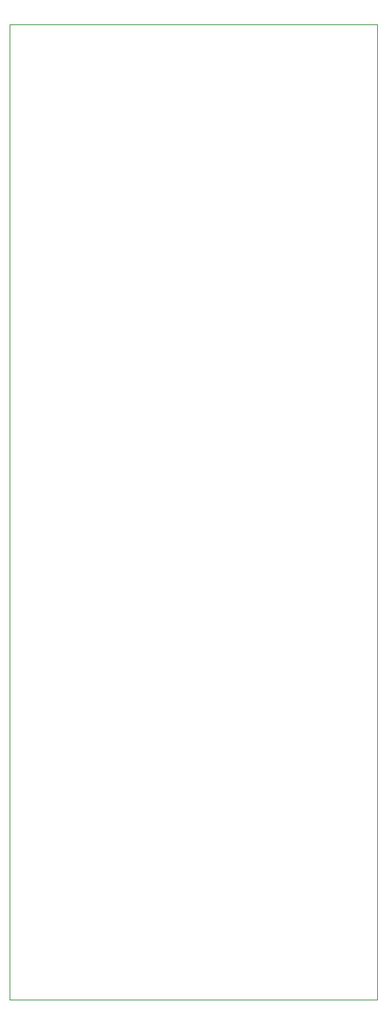
<source format=gbr>
G04 #@! TF.GenerationSoftware,KiCad,Pcbnew,(5.1.4-0-10_14)*
G04 #@! TF.CreationDate,2019-10-08T20:58:21-07:00*
G04 #@! TF.ProjectId,VCF_IO,5643465f-494f-42e6-9b69-6361645f7063,rev?*
G04 #@! TF.SameCoordinates,Original*
G04 #@! TF.FileFunction,Profile,NP*
%FSLAX46Y46*%
G04 Gerber Fmt 4.6, Leading zero omitted, Abs format (unit mm)*
G04 Created by KiCad (PCBNEW (5.1.4-0-10_14)) date 2019-10-08 20:58:21*
%MOMM*%
%LPD*%
G04 APERTURE LIST*
%ADD10C,0.050000*%
G04 APERTURE END LIST*
D10*
X64008000Y-160020000D02*
X64008000Y-48260000D01*
X106172000Y-160020000D02*
X64008000Y-160020000D01*
X106172000Y-48260000D02*
X106172000Y-160020000D01*
X64008000Y-48260000D02*
X106172000Y-48260000D01*
M02*

</source>
